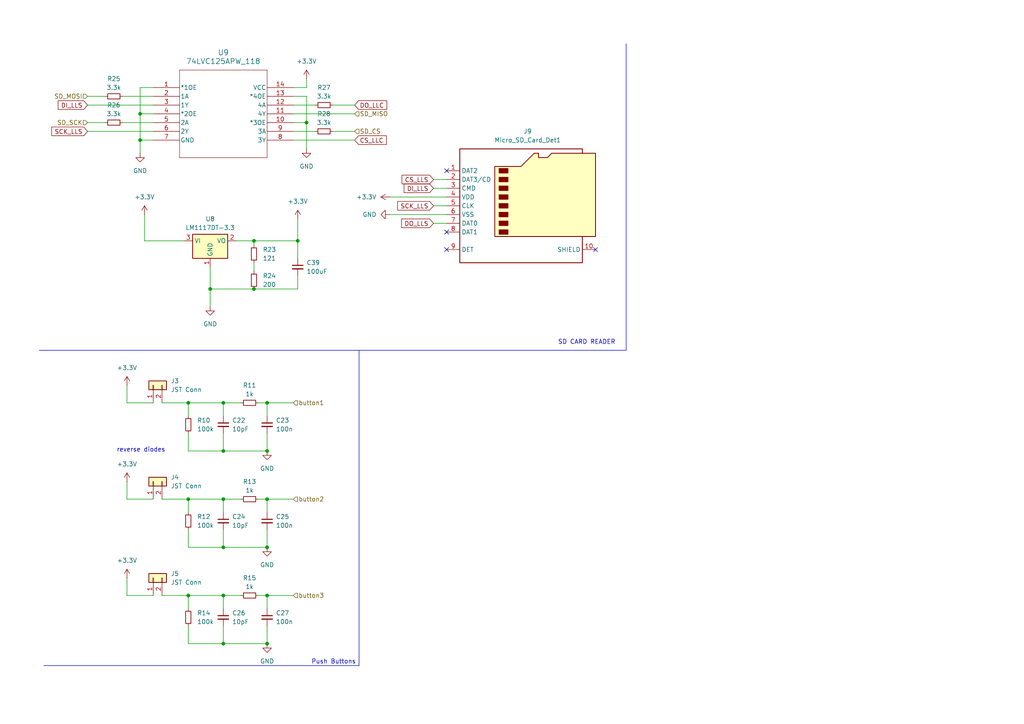
<source format=kicad_sch>
(kicad_sch (version 20231120) (generator "eeschema") (generator_version "8.0")
  (paper "A4")
  (lib_symbols
    (symbol "Connector:Micro_SD_Card_Det1"
      (property "Reference" "J" (at -16.51 17.78 0))
      (property "Value" "Micro_SD_Card_Det1" (at 16.51 17.78 0))
      (symbol "Micro_SD_Card_Det1_0_1"
        (rectangle (start -7.62 -6.985) (end -5.08 -8.255) (stroke (width 0.254)) (fill (type outline)))
        (rectangle (start -7.62 -4.445) (end -5.08 -5.715) (stroke (width 0.254)) (fill (type outline)))
        (rectangle (start -7.62 -1.905) (end -5.08 -3.175) (stroke (width 0.254)) (fill (type outline)))
        (rectangle (start -7.62 0.635) (end -5.08 -0.635) (stroke (width 0.254)) (fill (type outline)))
        (rectangle (start -7.62 3.175) (end -5.08 1.905) (stroke (width 0.254)) (fill (type outline)))
        (rectangle (start -7.62 5.715) (end -5.08 4.445) (stroke (width 0.254)) (fill (type outline)))
        (rectangle (start -7.62 8.255) (end -5.08 6.985) (stroke (width 0.254)) (fill (type outline)))
        (rectangle (start -7.62 10.795) (end -5.08 9.525) (stroke (width 0.254)) (fill (type outline)))
        (polyline (pts (xy 16.51 15.24) (xy 16.51 16.51) (xy -19.05 16.51) (xy -19.05 -16.51) (xy 16.51 -16.51) (xy 16.51 -8.89)) (stroke (width 0.254)))
        (polyline (pts (xy -8.89 -8.89) (xy -8.89 11.43) (xy -1.27 11.43) (xy 2.54 15.24) (xy 3.81 15.24) (xy 3.81 13.97) (xy 6.35 13.97) (xy 7.62 15.24) (xy 20.32 15.24) (xy 20.32 -8.89) (xy -8.89 -8.89)) (stroke (width 0.254)) (fill (type background)))
      )
      (symbol "Micro_SD_Card_Det1_1_1"
        (pin bidirectional line (at -22.86 10.16 0) (length 3.81) (name "DAT2") (number "1"))
        (pin passive line (at 20.32 -12.7 180) (length 3.81) (name "SHIELD") (number "10"))
        (pin bidirectional line (at -22.86 7.62 0) (length 3.81) (name "DAT3/CD") (number "2"))
        (pin input line (at -22.86 5.08 0) (length 3.81) (name "CMD") (number "3"))
        (pin power_in line (at -22.86 2.54 0) (length 3.81) (name "VDD") (number "4"))
        (pin input line (at -22.86 0 0) (length 3.81) (name "CLK") (number "5"))
        (pin power_in line (at -22.86 -2.54 0) (length 3.81) (name "VSS") (number "6"))
        (pin bidirectional line (at -22.86 -5.08 0) (length 3.81) (name "DAT0") (number "7"))
        (pin bidirectional line (at -22.86 -7.62 0) (length 3.81) (name "DAT1") (number "8"))
        (pin passive line (at -22.86 -12.7 0) (length 3.81) (name "DET") (number "9"))
      )
    )
    (symbol "Connector_Generic:Conn_01x02" (pin_names (offset 1.016) hide)
      (property "Reference" "J" (at 0 2.54 0))
      (property "Value" "Conn_01x02" (at 0 -5.08 0))
      (symbol "Conn_01x02_1_1"
        (rectangle (start -1.27 -2.413) (end 0 -2.667) (stroke (width 0.1524)))
        (rectangle (start -1.27 0.127) (end 0 -0.127) (stroke (width 0.1524)))
        (rectangle (start -1.27 1.27) (end 1.27 -3.81) (stroke (width 0.254)) (fill (type background)))
        (pin passive line (at -5.08 0 0) (length 3.81) (name "Pin_1") (number "1"))
        (pin passive line (at -5.08 -2.54 0) (length 3.81) (name "Pin_2") (number "2"))
      )
    )
    (symbol "Device:C_Small" (pin_numbers hide) (pin_names (offset 0.254) hide)
      (property "Reference" "C" (at 0.254 1.778 0))
      (property "Value" "C_Small" (at 0.254 -2.032 0))
      (symbol "C_Small_0_1"
        (polyline (pts (xy -1.524 -0.508) (xy 1.524 -0.508)) (stroke (width 0.3302)))
        (polyline (pts (xy -1.524 0.508) (xy 1.524 0.508)) (stroke (width 0.3048)))
      )
      (symbol "C_Small_1_1"
        (pin passive line (at 0 2.54 270) (length 2.032) (name "~") (number "1"))
        (pin passive line (at 0 -2.54 90) (length 2.032) (name "~") (number "2"))
      )
    )
    (symbol "Device:R_Small" (pin_numbers hide) (pin_names (offset 0.254) hide)
      (property "Reference" "R" (at 0.762 0.508 0))
      (property "Value" "R_Small" (at 0.762 -1.016 0))
      (symbol "R_Small_0_1"
        (rectangle (start -0.762 1.778) (end 0.762 -1.778) (stroke (width 0.2032)))
      )
      (symbol "R_Small_1_1"
        (pin passive line (at 0 2.54 270) (length 0.762) (name "~") (number "1"))
        (pin passive line (at 0 -2.54 90) (length 0.762) (name "~") (number "2"))
      )
    )
    (symbol "EinkComponentLibrary:74LVC125APW_118" (pin_names (offset 0.254))
      (property "Reference" "U" (at 20.32 10.16 0))
      (property "Value" "74LVC125APW_118" (at 20.32 7.62 0))
      (symbol "74LVC125APW_118_0_1"
        (polyline (pts (xy 7.62 -20.32) (xy 33.02 -20.32)) (stroke (width 0.127)))
        (polyline (pts (xy 7.62 5.08) (xy 7.62 -20.32)) (stroke (width 0.127)))
        (polyline (pts (xy 33.02 -20.32) (xy 33.02 5.08)) (stroke (width 0.127)))
        (polyline (pts (xy 33.02 5.08) (xy 7.62 5.08)) (stroke (width 0.127)))
        (pin input line (at 0 0 0) (length 7.62) (name "*1OE") (number "1"))
        (pin input line (at 40.64 -10.16 180) (length 7.62) (name "*3OE") (number "10"))
        (pin output line (at 40.64 -7.62 180) (length 7.62) (name "4Y") (number "11"))
        (pin input line (at 40.64 -5.08 180) (length 7.62) (name "4A") (number "12"))
        (pin input line (at 40.64 -2.54 180) (length 7.62) (name "*4OE") (number "13"))
        (pin power_in line (at 40.64 0 180) (length 7.62) (name "VCC") (number "14"))
        (pin input line (at 0 -2.54 0) (length 7.62) (name "1A") (number "2"))
        (pin output line (at 0 -5.08 0) (length 7.62) (name "1Y") (number "3"))
        (pin input line (at 0 -7.62 0) (length 7.62) (name "*2OE") (number "4"))
        (pin input line (at 0 -10.16 0) (length 7.62) (name "2A") (number "5"))
        (pin output line (at 0 -12.7 0) (length 7.62) (name "2Y") (number "6"))
        (pin power_out line (at 0 -15.24 0) (length 7.62) (name "GND") (number "7"))
        (pin output line (at 40.64 -15.24 180) (length 7.62) (name "3Y") (number "8"))
        (pin input line (at 40.64 -12.7 180) (length 7.62) (name "3A") (number "9"))
      )
    )
    (symbol "Regulator_Linear:LM1117DT-3.3"
      (property "Reference" "U" (at -3.81 3.175 0))
      (property "Value" "LM1117DT-3.3" (at 0 3.175 0))
      (symbol "LM1117DT-3.3_0_1"
        (rectangle (start -5.08 -5.08) (end 5.08 1.905) (stroke (width 0.254)) (fill (type background)))
      )
      (symbol "LM1117DT-3.3_1_1"
        (pin power_in line (at 0 -7.62 90) (length 2.54) (name "GND") (number "1"))
        (pin power_out line (at 7.62 0 180) (length 2.54) (name "VO") (number "2"))
        (pin power_in line (at -7.62 0 0) (length 2.54) (name "VI") (number "3"))
      )
    )
    (symbol "power:+3.3V" (power) (pin_numbers hide) (pin_names (offset 0) hide)
      (property "Value" "+3.3V" (at 0 3.556 0))
      (symbol "+3.3V_0_1"
        (polyline (pts (xy -0.762 1.27) (xy 0 2.54)))
        (polyline (pts (xy 0 0) (xy 0 2.54)))
        (polyline (pts (xy 0 2.54) (xy 0.762 1.27)))
      )
      (symbol "+3.3V_1_1"
        (pin power_in line (at 0 0 90) (length 0) (name "~") (number "1"))
      )
    )
    (symbol "power:GND" (power) (pin_numbers hide) (pin_names (offset 0) hide)
      (property "Value" "GND" (at 0 -3.81 0))
      (symbol "GND_0_1"
        (polyline (pts (xy 0 0) (xy 0 -1.27) (xy 1.27 -1.27) (xy 0 -2.54) (xy -1.27 -1.27) (xy 0 -1.27)))
      )
      (symbol "GND_1_1"
        (pin power_in line (at 0 0 270) (length 0) (name "~") (number "1"))
      )
    )
  )
  (junction (at 64.77 186.69))
  (junction (at 40.64 40.64))
  (junction (at 60.96 83.82))
  (junction (at 86.36 69.85))
  (junction (at 73.66 69.85))
  (junction (at 77.47 172.72))
  (junction (at 64.77 116.84))
  (junction (at 40.64 33.02))
  (junction (at 54.61 144.78))
  (junction (at 64.77 144.78))
  (junction (at 54.61 116.84))
  (junction (at 64.77 130.81))
  (junction (at 77.47 130.81))
  (junction (at 54.61 172.72))
  (junction (at 77.47 144.78))
  (junction (at 77.47 158.75))
  (junction (at 88.9 35.56))
  (junction (at 64.77 158.75))
  (junction (at 73.66 83.82))
  (junction (at 77.47 186.69))
  (junction (at 77.47 116.84))
  (junction (at 64.77 172.72))
  (no_connect (at 172.72 72.39))
  (no_connect (at 129.54 72.39))
  (no_connect (at 129.54 67.31))
  (no_connect (at 129.54 49.53))
  (wire (pts (xy 64.77 125.73) (xy 64.77 130.81)))
  (wire (pts (xy 54.61 172.72) (xy 64.77 172.72)))
  (wire (pts (xy 53.34 69.85) (xy 41.91 69.85)))
  (wire (pts (xy 54.61 181.61) (xy 54.61 186.69)))
  (wire (pts (xy 36.83 116.84) (xy 44.45 116.84)))
  (wire (pts (xy 85.09 33.02) (xy 102.87 33.02)))
  (wire (pts (xy 77.47 186.69) (xy 77.47 181.61)))
  (wire (pts (xy 125.73 64.77) (xy 129.54 64.77)))
  (polyline (pts (xy 11.43 101.6) (xy 181.61 101.6)))
  (wire (pts (xy 64.77 130.81) (xy 77.47 130.81)))
  (wire (pts (xy 60.96 83.82) (xy 73.66 83.82)))
  (polyline (pts (xy 104.14 101.6) (xy 104.14 193.04)))
  (wire (pts (xy 77.47 172.72) (xy 74.93 172.72)))
  (wire (pts (xy 54.61 116.84) (xy 54.61 120.65)))
  (wire (pts (xy 25.4 27.94) (xy 30.48 27.94)))
  (wire (pts (xy 40.64 40.64) (xy 44.45 40.64)))
  (wire (pts (xy 60.96 88.9) (xy 60.96 83.82)))
  (wire (pts (xy 25.4 35.56) (xy 30.48 35.56)))
  (wire (pts (xy 77.47 148.59) (xy 77.47 144.78)))
  (wire (pts (xy 88.9 27.94) (xy 88.9 35.56)))
  (wire (pts (xy 35.56 35.56) (xy 44.45 35.56)))
  (wire (pts (xy 25.4 38.1) (xy 44.45 38.1)))
  (wire (pts (xy 77.47 116.84) (xy 85.09 116.84)))
  (wire (pts (xy 40.64 33.02) (xy 44.45 33.02)))
  (wire (pts (xy 36.83 167.64) (xy 36.83 172.72)))
  (wire (pts (xy 86.36 63.5) (xy 86.36 69.85)))
  (wire (pts (xy 86.36 80.01) (xy 86.36 83.82)))
  (wire (pts (xy 25.4 30.48) (xy 44.45 30.48)))
  (wire (pts (xy 73.66 76.2) (xy 73.66 78.74)))
  (wire (pts (xy 113.03 57.15) (xy 129.54 57.15)))
  (wire (pts (xy 64.77 153.67) (xy 64.77 158.75)))
  (wire (pts (xy 40.64 33.02) (xy 40.64 40.64)))
  (wire (pts (xy 36.83 144.78) (xy 44.45 144.78)))
  (wire (pts (xy 85.09 25.4) (xy 88.9 25.4)))
  (wire (pts (xy 40.64 40.64) (xy 40.64 44.45)))
  (wire (pts (xy 125.73 52.07) (xy 129.54 52.07)))
  (wire (pts (xy 54.61 153.67) (xy 54.61 158.75)))
  (wire (pts (xy 125.73 54.61) (xy 129.54 54.61)))
  (wire (pts (xy 54.61 116.84) (xy 64.77 116.84)))
  (wire (pts (xy 44.45 25.4) (xy 40.64 25.4)))
  (wire (pts (xy 64.77 186.69) (xy 77.47 186.69)))
  (wire (pts (xy 96.52 30.48) (xy 102.87 30.48)))
  (wire (pts (xy 35.56 27.94) (xy 44.45 27.94)))
  (wire (pts (xy 64.77 172.72) (xy 64.77 176.53)))
  (wire (pts (xy 85.09 27.94) (xy 88.9 27.94)))
  (wire (pts (xy 64.77 144.78) (xy 64.77 148.59)))
  (polyline (pts (xy 12.7 193.04) (xy 104.14 193.04)))
  (wire (pts (xy 36.83 139.7) (xy 36.83 144.78)))
  (wire (pts (xy 64.77 172.72) (xy 69.85 172.72)))
  (polyline (pts (xy 181.61 12.7) (xy 181.61 101.6)))
  (wire (pts (xy 73.66 83.82) (xy 86.36 83.82)))
  (wire (pts (xy 85.09 30.48) (xy 91.44 30.48)))
  (wire (pts (xy 85.09 35.56) (xy 88.9 35.56)))
  (wire (pts (xy 54.61 186.69) (xy 64.77 186.69)))
  (wire (pts (xy 54.61 130.81) (xy 64.77 130.81)))
  (wire (pts (xy 77.47 144.78) (xy 74.93 144.78)))
  (wire (pts (xy 36.83 172.72) (xy 44.45 172.72)))
  (wire (pts (xy 77.47 176.53) (xy 77.47 172.72)))
  (wire (pts (xy 64.77 181.61) (xy 64.77 186.69)))
  (wire (pts (xy 64.77 116.84) (xy 69.85 116.84)))
  (wire (pts (xy 54.61 144.78) (xy 64.77 144.78)))
  (wire (pts (xy 85.09 40.64) (xy 102.87 40.64)))
  (wire (pts (xy 96.52 38.1) (xy 102.87 38.1)))
  (wire (pts (xy 46.99 144.78) (xy 54.61 144.78)))
  (wire (pts (xy 54.61 125.73) (xy 54.61 130.81)))
  (wire (pts (xy 68.58 69.85) (xy 73.66 69.85)))
  (wire (pts (xy 60.96 83.82) (xy 60.96 77.47)))
  (wire (pts (xy 77.47 172.72) (xy 85.09 172.72)))
  (wire (pts (xy 73.66 71.12) (xy 73.66 69.85)))
  (wire (pts (xy 77.47 116.84) (xy 74.93 116.84)))
  (wire (pts (xy 77.47 158.75) (xy 77.47 153.67)))
  (wire (pts (xy 85.09 38.1) (xy 91.44 38.1)))
  (wire (pts (xy 40.64 25.4) (xy 40.64 33.02)))
  (wire (pts (xy 113.03 62.23) (xy 129.54 62.23)))
  (wire (pts (xy 54.61 144.78) (xy 54.61 148.59)))
  (wire (pts (xy 46.99 172.72) (xy 54.61 172.72)))
  (wire (pts (xy 54.61 158.75) (xy 64.77 158.75)))
  (wire (pts (xy 88.9 25.4) (xy 88.9 22.86)))
  (wire (pts (xy 77.47 130.81) (xy 77.47 125.73)))
  (wire (pts (xy 86.36 69.85) (xy 86.36 74.93)))
  (wire (pts (xy 73.66 69.85) (xy 86.36 69.85)))
  (wire (pts (xy 88.9 35.56) (xy 88.9 43.18)))
  (wire (pts (xy 77.47 144.78) (xy 85.09 144.78)))
  (wire (pts (xy 64.77 158.75) (xy 77.47 158.75)))
  (wire (pts (xy 64.77 116.84) (xy 64.77 120.65)))
  (wire (pts (xy 54.61 172.72) (xy 54.61 176.53)))
  (wire (pts (xy 77.47 120.65) (xy 77.47 116.84)))
  (wire (pts (xy 41.91 62.23) (xy 41.91 69.85)))
  (wire (pts (xy 46.99 116.84) (xy 54.61 116.84)))
  (wire (pts (xy 64.77 144.78) (xy 69.85 144.78)))
  (wire (pts (xy 36.83 111.76) (xy 36.83 116.84)))
  (wire (pts (xy 125.73 59.69) (xy 129.54 59.69)))
  (text "reverse diodes\n" (at 40.894 130.556 0) (effects (font (size 1.27 1.27))))
  (text "SD CARD READER\n" (at 170.18 99.314 0) (effects (font (size 1.27 1.27))))
  (text "Push Buttons" (at 96.774 192.024 0) (effects (font (size 1.27 1.27))))
  (global_label "DI_LLS" (shape input) (at 125.73 54.61 180) (property "Intersheetrefs" "${INTERSHEET_REFS}" (effects (hide yes))))
  (global_label "DI_LLS" (shape input) (at 25.4 30.48 180) (property "Intersheetrefs" "${INTERSHEET_REFS}" (effects (hide yes))))
  (global_label "SCK_LLS" (shape input) (at 125.73 59.69 180) (property "Intersheetrefs" "${INTERSHEET_REFS}" (effects (hide yes))))
  (global_label "CS_LLC" (shape input) (at 102.87 40.64 0) (property "Intersheetrefs" "${INTERSHEET_REFS}" (effects (hide yes))))
  (global_label "SCK_LLS" (shape input) (at 25.4 38.1 180) (property "Intersheetrefs" "${INTERSHEET_REFS}" (effects (hide yes))))
  (global_label "CS_LLS" (shape input) (at 125.73 52.07 180) (property "Intersheetrefs" "${INTERSHEET_REFS}" (effects (hide yes))))
  (global_label "DO_LLS" (shape input) (at 125.73 64.77 180) (property "Intersheetrefs" "${INTERSHEET_REFS}" (effects (hide yes))))
  (global_label "DO_LLC" (shape input) (at 102.87 30.48 0) (property "Intersheetrefs" "${INTERSHEET_REFS}" (effects (hide yes))))
  (hierarchical_label "SD_MOSI" (shape input) (at 25.4 27.94 180))
  (hierarchical_label "button1" (shape input) (at 85.09 116.84 0))
  (hierarchical_label "button3" (shape input) (at 85.09 172.72 0))
  (hierarchical_label "SD_MISO" (shape input) (at 102.87 33.02 0))
  (hierarchical_label "SD_CS" (shape input) (at 102.87 38.1 0))
  (hierarchical_label "button2" (shape input) (at 85.09 144.78 0))
  (hierarchical_label "SD_SCK" (shape input) (at 25.4 35.56 180))
  (symbol (lib_id "Connector_Generic:Conn_01x02") (at 44.45 139.7 90) (unit 1)
    (property "Reference" "J4" (at 49.53 138.4299 90) (effects (justify right)))
    (property "Value" "JST Conn" (at 49.53 140.9699 90) (effects (justify right)))
    (property "Footprint" "PCB_Lib:JST Conn" (effects (hide yes)))
    (property "Description" "Generic connector, single row, 01x02, script generated (kicad-library-utils/schlib/autogen/connector/)" (effects (hide yes)))
  )
  (symbol (lib_id "Device:R_Small") (at 54.61 151.13 0) (unit 1)
    (property "Reference" "R12" (at 57.15 149.8599 0) (effects (justify left)))
    (property "Value" "100k" (at 57.15 152.3999 0) (effects (justify left)))
    (property "Footprint" "Resistor_SMD:R_0805_2012Metric_Pad1.20x1.40mm_HandSolder" (effects (hide yes)))
    (property "Description" "Resistor, small symbol" (effects (hide yes)))
  )
  (symbol (lib_id "Device:C_Small") (at 77.47 123.19 0) (unit 1)
    (property "Reference" "C23" (at 80.01 121.9262 0) (effects (justify left)))
    (property "Value" "100n" (at 80.01 124.4662 0) (effects (justify left)))
    (property "Footprint" "Capacitor_SMD:C_0805_2012Metric_Pad1.18x1.45mm_HandSolder" (effects (hide yes)))
    (property "Description" "Unpolarized capacitor, small symbol" (effects (hide yes)))
  )
  (symbol (lib_id "power:+3.3V") (at 36.83 111.76 0) (unit 1)
    (property "Reference" "#PWR017" (effects (hide yes)))
    (property "Value" "+3.3V" (at 36.83 106.68 0))
    (property "Description" "Power symbol creates a global label with name \"+3.3V\"" (effects (hide yes)))
  )
  (symbol (lib_id "power:GND") (at 40.64 44.45 0) (unit 1)
    (property "Reference" "#PWR040" (effects (hide yes)))
    (property "Value" "GND" (at 40.64 49.53 0))
    (property "Description" "Power symbol creates a global label with name \"GND\" , ground" (effects (hide yes)))
  )
  (symbol (lib_id "Device:R_Small") (at 33.02 35.56 90) (unit 1)
    (property "Reference" "R26" (at 33.02 30.48 90))
    (property "Value" "3.3k" (at 33.02 33.02 90))
    (property "Description" "Resistor, small symbol" (effects (hide yes)))
  )
  (symbol (lib_id "Device:C_Small") (at 64.77 151.13 0) (unit 1)
    (property "Reference" "C24" (at 67.31 149.8662 0) (effects (justify left)))
    (property "Value" "10pF" (at 67.31 152.4062 0) (effects (justify left)))
    (property "Footprint" "Capacitor_SMD:C_0805_2012Metric_Pad1.18x1.45mm_HandSolder" (effects (hide yes)))
    (property "Description" "Unpolarized capacitor, small symbol" (effects (hide yes)))
  )
  (symbol (lib_id "Device:C_Small") (at 64.77 179.07 0) (unit 1)
    (property "Reference" "C26" (at 67.31 177.8062 0) (effects (justify left)))
    (property "Value" "10pF" (at 67.31 180.3462 0) (effects (justify left)))
    (property "Footprint" "Capacitor_SMD:C_0805_2012Metric_Pad1.18x1.45mm_HandSolder" (effects (hide yes)))
    (property "Description" "Unpolarized capacitor, small symbol" (effects (hide yes)))
  )
  (symbol (lib_id "power:GND") (at 77.47 130.81 0) (unit 1)
    (property "Reference" "#PWR018" (effects (hide yes)))
    (property "Value" "GND" (at 77.47 135.89 0))
    (property "Description" "Power symbol creates a global label with name \"GND\" , ground" (effects (hide yes)))
  )
  (symbol (lib_id "power:GND") (at 113.03 62.23 270) (unit 1)
    (property "Reference" "#PWR045" (effects (hide yes)))
    (property "Value" "GND" (at 109.22 62.2299 90) (effects (justify right)))
    (property "Description" "Power symbol creates a global label with name \"GND\" , ground" (effects (hide yes)))
  )
  (symbol (lib_id "Device:R_Small") (at 33.02 27.94 90) (unit 1)
    (property "Reference" "R25" (at 33.02 22.86 90))
    (property "Value" "3.3k" (at 33.02 25.4 90))
    (property "Description" "Resistor, small symbol" (effects (hide yes)))
  )
  (symbol (lib_id "power:GND") (at 77.47 186.69 0) (unit 1)
    (property "Reference" "#PWR022" (effects (hide yes)))
    (property "Value" "GND" (at 77.47 191.77 0))
    (property "Description" "Power symbol creates a global label with name \"GND\" , ground" (effects (hide yes)))
  )
  (symbol (lib_id "Device:C_Small") (at 77.47 179.07 0) (unit 1)
    (property "Reference" "C27" (at 80.01 177.8062 0) (effects (justify left)))
    (property "Value" "100n" (at 80.01 180.3462 0) (effects (justify left)))
    (property "Footprint" "Capacitor_SMD:C_0805_2012Metric_Pad1.18x1.45mm_HandSolder" (effects (hide yes)))
    (property "Description" "Unpolarized capacitor, small symbol" (effects (hide yes)))
  )
  (symbol (lib_id "power:+3.3V") (at 41.91 62.23 0) (unit 1)
    (property "Reference" "#PWR038" (effects (hide yes)))
    (property "Value" "+3.3V" (at 41.91 57.15 0))
    (property "Description" "Power symbol creates a global label with name \"+3.3V\"" (effects (hide yes)))
  )
  (symbol (lib_id "power:+3.3V") (at 113.03 57.15 90) (unit 1)
    (property "Reference" "#PWR044" (effects (hide yes)))
    (property "Value" "+3.3V" (at 109.22 57.1499 90) (effects (justify left)))
    (property "Description" "Power symbol creates a global label with name \"+3.3V\"" (effects (hide yes)))
  )
  (symbol (lib_id "EinkComponentLibrary:74LVC125APW_118") (at 44.45 25.4 0) (unit 1)
    (property "Reference" "U9" (at 64.77 15.24 0) (effects (font (size 1.524 1.524))))
    (property "Value" "74LVC125APW_118" (at 64.77 17.78 0) (effects (font (size 1.524 1.524))))
    (property "Footprint" "PCB_Lib:74LVC" (effects (hide yes)))
    (property "Datasheet" "74LVC125APW_118" (effects (hide yes)))
  )
  (symbol (lib_id "Device:R_Small") (at 54.61 179.07 0) (unit 1)
    (property "Reference" "R14" (at 57.15 177.7999 0) (effects (justify left)))
    (property "Value" "100k" (at 57.15 180.3399 0) (effects (justify left)))
    (property "Footprint" "Resistor_SMD:R_0805_2012Metric_Pad1.20x1.40mm_HandSolder" (effects (hide yes)))
    (property "Description" "Resistor, small symbol" (effects (hide yes)))
  )
  (symbol (lib_id "Connector_Generic:Conn_01x02") (at 44.45 167.64 90) (unit 1)
    (property "Reference" "J5" (at 49.53 166.3699 90) (effects (justify right)))
    (property "Value" "JST Conn" (at 49.53 168.9099 90) (effects (justify right)))
    (property "Footprint" "PCB_Lib:JST Conn" (effects (hide yes)))
    (property "Description" "Generic connector, single row, 01x02, script generated (kicad-library-utils/schlib/autogen/connector/)" (effects (hide yes)))
  )
  (symbol (lib_id "power:GND") (at 88.9 43.18 0) (unit 1)
    (property "Reference" "#PWR042" (effects (hide yes)))
    (property "Value" "GND" (at 88.9 48.26 0))
    (property "Description" "Power symbol creates a global label with name \"GND\" , ground" (effects (hide yes)))
  )
  (symbol (lib_id "Regulator_Linear:LM1117DT-3.3") (at 60.96 69.85 0) (unit 1)
    (property "Reference" "U8" (at 60.96 63.5 0))
    (property "Value" "LM1117DT-3.3" (at 60.96 66.04 0))
    (property "Footprint" "Package_TO_SOT_SMD:TO-252-3_TabPin2" (effects (hide yes)))
    (property "Datasheet" "http://www.ti.com/lit/ds/symlink/lm1117.pdf" (effects (hide yes)))
    (property "Description" "800mA Low-Dropout Linear Regulator, 3.3V fixed output, TO-252" (effects (hide yes)))
  )
  (symbol (lib_id "Device:C_Small") (at 86.36 77.47 0) (unit 1)
    (property "Reference" "C39" (at 88.9 76.2062 0) (effects (justify left)))
    (property "Value" "100uF" (at 88.9 78.7462 0) (effects (justify left)))
    (property "Description" "Unpolarized capacitor, small symbol" (effects (hide yes)))
  )
  (symbol (lib_id "power:GND") (at 77.47 158.75 0) (unit 1)
    (property "Reference" "#PWR020" (effects (hide yes)))
    (property "Value" "GND" (at 77.47 163.83 0))
    (property "Description" "Power symbol creates a global label with name \"GND\" , ground" (effects (hide yes)))
  )
  (symbol (lib_id "Device:R_Small") (at 93.98 38.1 90) (unit 1)
    (property "Reference" "R28" (at 93.98 33.02 90))
    (property "Value" "3.3k" (at 93.98 35.56 90))
    (property "Description" "Resistor, small symbol" (effects (hide yes)))
  )
  (symbol (lib_id "power:+3.3V") (at 88.9 22.86 0) (unit 1)
    (property "Reference" "#PWR041" (effects (hide yes)))
    (property "Value" "+3.3V" (at 88.9 17.78 0))
    (property "Description" "Power symbol creates a global label with name \"+3.3V\"" (effects (hide yes)))
  )
  (symbol (lib_id "Device:R_Small") (at 54.61 123.19 0) (unit 1)
    (property "Reference" "R10" (at 57.15 121.9199 0) (effects (justify left)))
    (property "Value" "100k" (at 57.15 124.4599 0) (effects (justify left)))
    (property "Footprint" "Resistor_SMD:R_0805_2012Metric_Pad1.20x1.40mm_HandSolder" (effects (hide yes)))
    (property "Description" "Resistor, small symbol" (effects (hide yes)))
  )
  (symbol (lib_id "Device:R_Small") (at 73.66 81.28 0) (unit 1)
    (property "Reference" "R24" (at 76.2 80.0099 0) (effects (justify left)))
    (property "Value" "200" (at 76.2 82.5499 0) (effects (justify left)))
    (property "Description" "Resistor, small symbol" (effects (hide yes)))
  )
  (symbol (lib_id "Device:R_Small") (at 72.39 144.78 90) (unit 1)
    (property "Reference" "R13" (at 72.39 139.7 90))
    (property "Value" "1k" (at 72.39 142.24 90))
    (property "Footprint" "Resistor_SMD:R_0805_2012Metric_Pad1.20x1.40mm_HandSolder" (effects (hide yes)))
    (property "Description" "Resistor, small symbol" (effects (hide yes)))
  )
  (symbol (lib_id "Connector_Generic:Conn_01x02") (at 44.45 111.76 90) (unit 1)
    (property "Reference" "J3" (at 49.53 110.4899 90) (effects (justify right)))
    (property "Value" "JST Conn" (at 49.53 113.0299 90) (effects (justify right)))
    (property "Footprint" "PCB_Lib:JST Conn" (effects (hide yes)))
    (property "Description" "Generic connector, single row, 01x02, script generated (kicad-library-utils/schlib/autogen/connector/)" (effects (hide yes)))
  )
  (symbol (lib_id "Device:R_Small") (at 72.39 116.84 90) (unit 1)
    (property "Reference" "R11" (at 72.39 111.76 90))
    (property "Value" "1k" (at 72.39 114.3 90))
    (property "Footprint" "Resistor_SMD:R_0805_2012Metric_Pad1.20x1.40mm_HandSolder" (effects (hide yes)))
    (property "Description" "Resistor, small symbol" (effects (hide yes)))
  )
  (symbol (lib_id "Connector:Micro_SD_Card_Det1") (at 152.4 59.69 0) (unit 1)
    (property "Reference" "J9" (at 153.035 38.1 0))
    (property "Value" "Micro_SD_Card_Det1" (at 153.035 40.64 0))
    (property "Footprint" "PCB_Lib:SD_Reader" (effects (hide yes)))
    (property "Datasheet" "https://datasheet.lcsc.com/lcsc/2110151630_XKB-Connectivity-XKTF-015-N_C381082.pdf" (effects (hide yes)))
    (property "Description" "Micro SD Card Socket with one card detection pin" (effects (hide yes)))
  )
  (symbol (lib_id "power:+3.3V") (at 36.83 139.7 0) (unit 1)
    (property "Reference" "#PWR019" (effects (hide yes)))
    (property "Value" "+3.3V" (at 36.83 134.62 0))
    (property "Description" "Power symbol creates a global label with name \"+3.3V\"" (effects (hide yes)))
  )
  (symbol (lib_id "power:GND") (at 60.96 88.9 0) (unit 1)
    (property "Reference" "#PWR039" (effects (hide yes)))
    (property "Value" "GND" (at 60.96 93.98 0))
    (property "Description" "Power symbol creates a global label with name \"GND\" , ground" (effects (hide yes)))
  )
  (symbol (lib_id "power:+3.3V") (at 86.36 63.5 0) (unit 1)
    (property "Reference" "#PWR043" (effects (hide yes)))
    (property "Value" "+3.3V" (at 86.36 58.42 0))
    (property "Description" "Power symbol creates a global label with name \"+3.3V\"" (effects (hide yes)))
  )
  (symbol (lib_id "power:+3.3V") (at 36.83 167.64 0) (unit 1)
    (property "Reference" "#PWR021" (effects (hide yes)))
    (property "Value" "+3.3V" (at 36.83 162.56 0))
    (property "Description" "Power symbol creates a global label with name \"+3.3V\"" (effects (hide yes)))
  )
  (symbol (lib_id "Device:R_Small") (at 93.98 30.48 90) (unit 1)
    (property "Reference" "R27" (at 93.98 25.4 90))
    (property "Value" "3.3k" (at 93.98 27.94 90))
    (property "Description" "Resistor, small symbol" (effects (hide yes)))
  )
  (symbol (lib_id "Device:R_Small") (at 72.39 172.72 90) (unit 1)
    (property "Reference" "R15" (at 72.39 167.64 90))
    (property "Value" "1k" (at 72.39 170.18 90))
    (property "Footprint" "Resistor_SMD:R_0805_2012Metric_Pad1.20x1.40mm_HandSolder" (effects (hide yes)))
    (property "Description" "Resistor, small symbol" (effects (hide yes)))
  )
  (symbol (lib_id "Device:C_Small") (at 64.77 123.19 0) (unit 1)
    (property "Reference" "C22" (at 67.31 121.9262 0) (effects (justify left)))
    (property "Value" "10pF" (at 67.31 124.4662 0) (effects (justify left)))
    (property "Footprint" "Capacitor_SMD:C_0805_2012Metric_Pad1.18x1.45mm_HandSolder" (effects (hide yes)))
    (property "Description" "Unpolarized capacitor, small symbol" (effects (hide yes)))
  )
  (symbol (lib_id "Device:C_Small") (at 77.47 151.13 0) (unit 1)
    (property "Reference" "C25" (at 80.01 149.8662 0) (effects (justify left)))
    (property "Value" "100n" (at 80.01 152.4062 0) (effects (justify left)))
    (property "Footprint" "Capacitor_SMD:C_0805_2012Metric_Pad1.18x1.45mm_HandSolder" (effects (hide yes)))
    (property "Description" "Unpolarized capacitor, small symbol" (effects (hide yes)))
  )
  (symbol (lib_id "Device:R_Small") (at 73.66 73.66 0) (unit 1)
    (property "Reference" "R23" (at 76.2 72.3899 0) (effects (justify left)))
    (property "Value" "121" (at 76.2 74.9299 0) (effects (justify left)))
    (property "Description" "Resistor, small symbol" (effects (hide yes)))
  )
)
</source>
